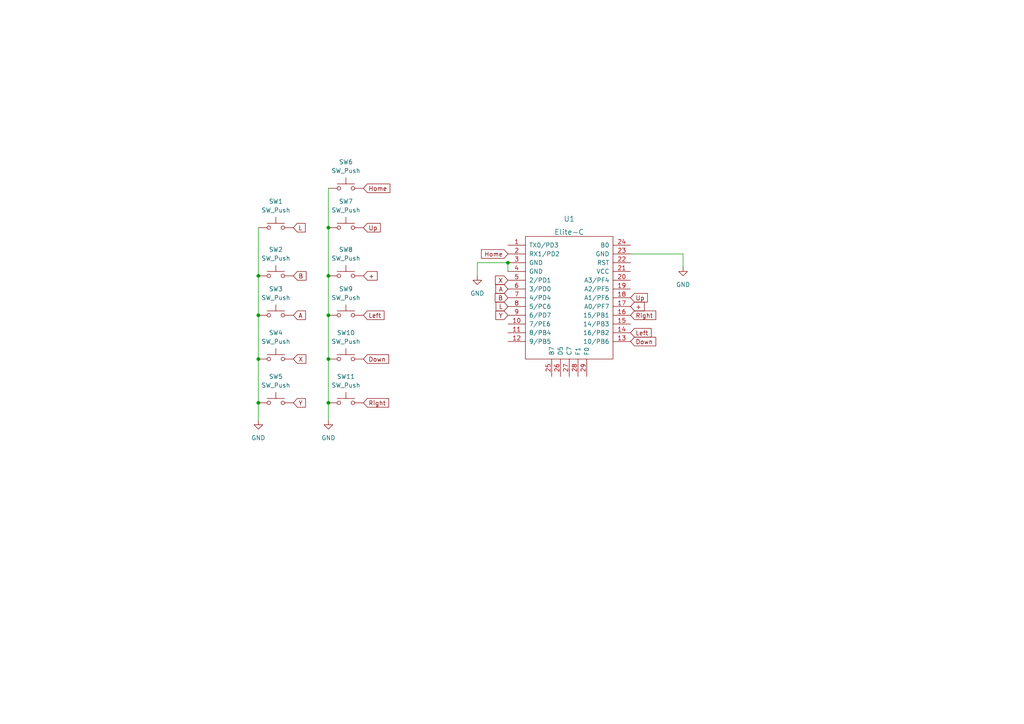
<source format=kicad_sch>
(kicad_sch (version 20211123) (generator eeschema)
  (paper "A4")
  (lib_symbols
    (symbol "Switch:SW_Push" (pin_numbers hide) (pin_names (offset 1.016) hide)
      (property "Reference" "SW" (at 1.27 2.54 0))
      (property "Value" "SW_Push" (at 0 -1.524 0))
      (symbol "SW_Push_0_1"
        (circle (center -2.032 0) (radius 0.508))
        (polyline (pts (xy 0 1.27) (xy 0 3.048)))
        (polyline (pts (xy 2.54 1.27) (xy -2.54 1.27)))
        (circle (center 2.032 0) (radius 0.508))
        (pin passive line (at -5.08 0 0) (length 2.54) (name "1") (number "1"))
        (pin passive line (at 5.08 0 180) (length 2.54) (name "2") (number "2"))
      )
    )
    (symbol "keebio:Elite-C" (pin_names (offset 1.016))
      (property "Reference" "U" (at 0 0 0))
      (property "Value" "Elite-C" (at 0 2.54 0))
      (symbol "Elite-C_0_1"
        (rectangle (start 12.7 -19.05) (end -12.7 16.51))
      )
      (symbol "Elite-C_1_1"
        (pin input line (at -17.78 13.97 0) (length 5.08) (name "TX0/PD3") (number "1"))
        (pin input line (at -17.78 -8.89 0) (length 5.08) (name "7/PE6") (number "10"))
        (pin input line (at -17.78 -11.43 0) (length 5.08) (name "8/PB4") (number "11"))
        (pin input line (at -17.78 -13.97 0) (length 5.08) (name "9/PB5") (number "12"))
        (pin input line (at 17.78 -13.97 180) (length 5.08) (name "10/PB6") (number "13"))
        (pin input line (at 17.78 -11.43 180) (length 5.08) (name "16/PB2") (number "14"))
        (pin input line (at 17.78 -8.89 180) (length 5.08) (name "14/PB3") (number "15"))
        (pin input line (at 17.78 -6.35 180) (length 5.08) (name "15/PB1") (number "16"))
        (pin input line (at 17.78 -3.81 180) (length 5.08) (name "A0/PF7") (number "17"))
        (pin input line (at 17.78 -1.27 180) (length 5.08) (name "A1/PF6") (number "18"))
        (pin input line (at 17.78 1.27 180) (length 5.08) (name "A2/PF5") (number "19"))
        (pin input line (at -17.78 11.43 0) (length 5.08) (name "RX1/PD2") (number "2"))
        (pin input line (at 17.78 3.81 180) (length 5.08) (name "A3/PF4") (number "20"))
        (pin input line (at 17.78 6.35 180) (length 5.08) (name "VCC") (number "21"))
        (pin input line (at 17.78 8.89 180) (length 5.08) (name "RST") (number "22"))
        (pin input line (at 17.78 11.43 180) (length 5.08) (name "GND") (number "23"))
        (pin input line (at 17.78 13.97 180) (length 5.08) (name "B0") (number "24"))
        (pin input line (at -5.08 -24.13 90) (length 5.08) (name "B7") (number "25"))
        (pin input line (at -2.54 -24.13 90) (length 5.08) (name "D5") (number "26"))
        (pin input line (at 0 -24.13 90) (length 5.08) (name "C7") (number "27"))
        (pin input line (at 2.54 -24.13 90) (length 5.08) (name "F1") (number "28"))
        (pin input line (at 5.08 -24.13 90) (length 5.08) (name "F0") (number "29"))
        (pin input line (at -17.78 8.89 0) (length 5.08) (name "GND") (number "3"))
        (pin input line (at -17.78 6.35 0) (length 5.08) (name "GND") (number "4"))
        (pin input line (at -17.78 3.81 0) (length 5.08) (name "2/PD1") (number "5"))
        (pin input line (at -17.78 1.27 0) (length 5.08) (name "3/PD0") (number "6"))
        (pin input line (at -17.78 -1.27 0) (length 5.08) (name "4/PD4") (number "7"))
        (pin input line (at -17.78 -3.81 0) (length 5.08) (name "5/PC6") (number "8"))
        (pin input line (at -17.78 -6.35 0) (length 5.08) (name "6/PD7") (number "9"))
      )
    )
    (symbol "power:GND" (power) (pin_names (offset 0))
      (property "Value" "GND" (at 0 -3.81 0))
      (symbol "GND_0_1"
        (polyline (pts (xy 0 0) (xy 0 -1.27) (xy 1.27 -1.27) (xy 0 -2.54) (xy -1.27 -1.27) (xy 0 -1.27)))
      )
      (symbol "GND_1_1"
        (pin power_in line (at 0 0 270) (length 0) hide (name "GND") (number "1"))
      )
    )
  )
  (junction (at 95.25 91.44))
  (junction (at 95.25 104.14))
  (junction (at 147.32 76.2))
  (junction (at 95.25 80.01))
  (junction (at 74.93 104.14))
  (junction (at 74.93 80.01))
  (junction (at 95.25 116.84))
  (junction (at 95.25 66.04))
  (junction (at 74.93 116.84))
  (junction (at 74.93 91.44))
  (wire (pts (xy 74.93 91.44) (xy 74.93 104.14)))
  (wire (pts (xy 138.43 76.2) (xy 138.43 80.01)))
  (wire (pts (xy 95.25 91.44) (xy 95.25 104.14)))
  (wire (pts (xy 95.25 80.01) (xy 95.25 91.44)))
  (wire (pts (xy 74.93 80.01) (xy 74.93 91.44)))
  (wire (pts (xy 147.32 76.2) (xy 138.43 76.2)))
  (wire (pts (xy 182.88 73.66) (xy 198.12 73.66)))
  (wire (pts (xy 198.12 73.66) (xy 198.12 77.47)))
  (wire (pts (xy 95.25 116.84) (xy 95.25 121.92)))
  (wire (pts (xy 95.25 54.61) (xy 95.25 66.04)))
  (wire (pts (xy 74.93 66.04) (xy 74.93 80.01)))
  (wire (pts (xy 147.32 78.74) (xy 147.32 76.2)))
  (wire (pts (xy 95.25 104.14) (xy 95.25 116.84)))
  (wire (pts (xy 95.25 66.04) (xy 95.25 80.01)))
  (wire (pts (xy 74.93 116.84) (xy 74.93 121.92)))
  (wire (pts (xy 74.93 104.14) (xy 74.93 116.84)))
  (global_label "B" (shape input) (at 147.32 86.36 180) (property "Intersheet References" "${INTERSHEET_REFS}" (effects hide)))
  (global_label "Home" (shape input) (at 147.32 73.66 180) (property "Intersheet References" "${INTERSHEET_REFS}" (effects hide)))
  (global_label "Home" (shape input) (at 105.41 54.61 0) (property "Intersheet References" "${INTERSHEET_REFS}" (effects hide)))
  (global_label "Up" (shape input) (at 182.88 86.36 0) (property "Intersheet References" "${INTERSHEET_REFS}" (effects hide)))
  (global_label "+" (shape input) (at 105.41 80.01 0) (property "Intersheet References" "${INTERSHEET_REFS}" (effects hide)))
  (global_label "L" (shape input) (at 85.09 66.04 0) (property "Intersheet References" "${INTERSHEET_REFS}" (effects hide)))
  (global_label "Right" (shape input) (at 105.41 116.84 0) (property "Intersheet References" "${INTERSHEET_REFS}" (effects hide)))
  (global_label "Y" (shape input) (at 147.32 91.44 180) (property "Intersheet References" "${INTERSHEET_REFS}" (effects hide)))
  (global_label "Left" (shape input) (at 182.88 96.52 0) (property "Intersheet References" "${INTERSHEET_REFS}" (effects hide)))
  (global_label "X" (shape input) (at 147.32 81.28 180) (property "Intersheet References" "${INTERSHEET_REFS}" (effects hide)))
  (global_label "A" (shape input) (at 147.32 83.82 180) (property "Intersheet References" "${INTERSHEET_REFS}" (effects hide)))
  (global_label "L" (shape input) (at 147.32 88.9 180) (property "Intersheet References" "${INTERSHEET_REFS}" (effects hide)))
  (global_label "B" (shape input) (at 85.09 80.01 0) (property "Intersheet References" "${INTERSHEET_REFS}" (effects hide)))
  (global_label "A" (shape input) (at 85.09 91.44 0) (property "Intersheet References" "${INTERSHEET_REFS}" (effects hide)))
  (global_label "Y" (shape input) (at 85.09 116.84 0) (property "Intersheet References" "${INTERSHEET_REFS}" (effects hide)))
  (global_label "Down" (shape input) (at 105.41 104.14 0) (property "Intersheet References" "${INTERSHEET_REFS}" (effects hide)))
  (global_label "Left" (shape input) (at 105.41 91.44 0) (property "Intersheet References" "${INTERSHEET_REFS}" (effects hide)))
  (global_label "Down" (shape input) (at 182.88 99.06 0) (property "Intersheet References" "${INTERSHEET_REFS}" (effects hide)))
  (global_label "+" (shape input) (at 182.88 88.9 0) (property "Intersheet References" "${INTERSHEET_REFS}" (effects hide)))
  (global_label "Up" (shape input) (at 105.41 66.04 0) (property "Intersheet References" "${INTERSHEET_REFS}" (effects hide)))
  (global_label "Right" (shape input) (at 182.88 91.44 0) (property "Intersheet References" "${INTERSHEET_REFS}" (effects hide)))
  (global_label "X" (shape input) (at 85.09 104.14 0) (property "Intersheet References" "${INTERSHEET_REFS}" (effects hide)))
  (symbol (lib_id "Switch:SW_Push") (at 100.33 54.61 0) (unit 1)
    (property "Reference" "SW6" (at 100.33 46.99 0))
    (property "Value" "SW_Push" (at 100.33 49.53 0))
    (property "Footprint" "Button_Switch_Keyboard:SW_Cherry_MX_1.00u_PCB" (effects hide))
  )
  (symbol (lib_id "Switch:SW_Push") (at 80.01 104.14 0) (unit 1)
    (property "Reference" "SW4" (at 80.01 96.52 0))
    (property "Value" "SW_Push" (at 80.01 99.06 0))
    (property "Footprint" "Button_Switch_Keyboard:SW_Cherry_MX_1.00u_PCB" (effects hide))
  )
  (symbol (lib_id "power:GND") (at 95.25 121.92 0) (unit 1)
    (property "Reference" "#PWR0102" (effects hide))
    (property "Value" "GND" (at 95.25 127 0))
  )
  (symbol (lib_id "power:GND") (at 138.43 80.01 0) (mirror y) (unit 1)
    (property "Reference" "#PWR0103" (effects hide))
    (property "Value" "GND" (at 138.43 85.09 0))
  )
  (symbol (lib_id "keebio:Elite-C") (at 165.1 85.09 0) (unit 1)
    (property "Reference" "U1" (at 165.1 63.5 0) (effects (font (size 1.524 1.524))))
    (property "Value" "Elite-C" (at 165.1 67.31 0) (effects (font (size 1.524 1.524))))
    (property "Footprint" "Keebio-Parts:Elite-C" (effects hide))
  )
  (symbol (lib_id "power:GND") (at 74.93 121.92 0) (unit 1)
    (property "Reference" "#PWR0101" (effects hide))
    (property "Value" "GND" (at 74.93 127 0))
  )
  (symbol (lib_id "Switch:SW_Push") (at 80.01 66.04 0) (unit 1)
    (property "Reference" "SW1" (at 80.01 58.42 0))
    (property "Value" "SW_Push" (at 80.01 60.96 0))
    (property "Footprint" "Button_Switch_Keyboard:SW_Cherry_MX_1.50u_PCB" (effects hide))
  )
  (symbol (lib_id "Switch:SW_Push") (at 100.33 91.44 0) (unit 1)
    (property "Reference" "SW9" (at 100.33 83.82 0))
    (property "Value" "SW_Push" (at 100.33 86.36 0))
    (property "Footprint" "Button_Switch_Keyboard:SW_Cherry_MX_1.00u_PCB" (effects hide))
  )
  (symbol (lib_id "Switch:SW_Push") (at 100.33 80.01 0) (unit 1)
    (property "Reference" "SW8" (at 100.33 72.39 0))
    (property "Value" "SW_Push" (at 100.33 74.93 0))
    (property "Footprint" "Button_Switch_Keyboard:SW_Cherry_MX_1.00u_PCB" (effects hide))
  )
  (symbol (lib_id "Switch:SW_Push") (at 80.01 80.01 0) (unit 1)
    (property "Reference" "SW2" (at 80.01 72.39 0))
    (property "Value" "SW_Push" (at 80.01 74.93 0))
    (property "Footprint" "Button_Switch_Keyboard:SW_Cherry_MX_1.00u_PCB" (effects hide))
  )
  (symbol (lib_id "Switch:SW_Push") (at 100.33 66.04 0) (unit 1)
    (property "Reference" "SW7" (at 100.33 58.42 0))
    (property "Value" "SW_Push" (at 100.33 60.96 0))
    (property "Footprint" "Button_Switch_Keyboard:SW_Cherry_MX_1.00u_PCB" (effects hide))
  )
  (symbol (lib_id "Switch:SW_Push") (at 80.01 116.84 0) (unit 1)
    (property "Reference" "SW5" (at 80.01 109.22 0))
    (property "Value" "SW_Push" (at 80.01 111.76 0))
    (property "Footprint" "Button_Switch_Keyboard:SW_Cherry_MX_2.00u_PCB" (effects hide))
  )
  (symbol (lib_id "power:GND") (at 198.12 77.47 0) (unit 1)
    (property "Reference" "#PWR0104" (effects hide))
    (property "Value" "GND" (at 198.12 82.55 0))
  )
  (symbol (lib_id "Switch:SW_Push") (at 80.01 91.44 0) (unit 1)
    (property "Reference" "SW3" (at 80.01 83.82 0))
    (property "Value" "SW_Push" (at 80.01 86.36 0))
    (property "Footprint" "Button_Switch_Keyboard:SW_Cherry_MX_1.00u_PCB" (effects hide))
  )
  (symbol (lib_id "Switch:SW_Push") (at 100.33 116.84 0) (unit 1)
    (property "Reference" "SW11" (at 100.33 109.22 0))
    (property "Value" "SW_Push" (at 100.33 111.76 0))
    (property "Footprint" "Button_Switch_Keyboard:SW_Cherry_MX_1.00u_PCB" (effects hide))
  )
  (symbol (lib_id "Switch:SW_Push") (at 100.33 104.14 0) (unit 1)
    (property "Reference" "SW10" (at 100.33 96.52 0))
    (property "Value" "SW_Push" (at 100.33 99.06 0))
    (property "Footprint" "Button_Switch_Keyboard:SW_Cherry_MX_1.00u_PCB" (effects hide))
  )
)
</source>
